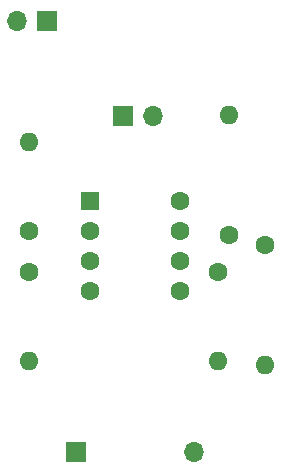
<source format=gbr>
%TF.GenerationSoftware,KiCad,Pcbnew,9.0.0*%
%TF.CreationDate,2025-02-26T16:47:43+09:00*%
%TF.ProjectId,TCIS,54434953-2e6b-4696-9361-645f70636258,rev?*%
%TF.SameCoordinates,Original*%
%TF.FileFunction,Soldermask,Bot*%
%TF.FilePolarity,Negative*%
%FSLAX46Y46*%
G04 Gerber Fmt 4.6, Leading zero omitted, Abs format (unit mm)*
G04 Created by KiCad (PCBNEW 9.0.0) date 2025-02-26 16:47:43*
%MOMM*%
%LPD*%
G01*
G04 APERTURE LIST*
G04 Aperture macros list*
%AMRoundRect*
0 Rectangle with rounded corners*
0 $1 Rounding radius*
0 $2 $3 $4 $5 $6 $7 $8 $9 X,Y pos of 4 corners*
0 Add a 4 corners polygon primitive as box body*
4,1,4,$2,$3,$4,$5,$6,$7,$8,$9,$2,$3,0*
0 Add four circle primitives for the rounded corners*
1,1,$1+$1,$2,$3*
1,1,$1+$1,$4,$5*
1,1,$1+$1,$6,$7*
1,1,$1+$1,$8,$9*
0 Add four rect primitives between the rounded corners*
20,1,$1+$1,$2,$3,$4,$5,0*
20,1,$1+$1,$4,$5,$6,$7,0*
20,1,$1+$1,$6,$7,$8,$9,0*
20,1,$1+$1,$8,$9,$2,$3,0*%
G04 Aperture macros list end*
%ADD10R,1.700000X1.700000*%
%ADD11O,1.700000X1.700000*%
%ADD12RoundRect,0.250000X-0.550000X-0.550000X0.550000X-0.550000X0.550000X0.550000X-0.550000X0.550000X0*%
%ADD13C,1.600000*%
%ADD14O,1.600000X1.600000*%
G04 APERTURE END LIST*
D10*
%TO.C,LS1*%
X101000000Y-68445000D03*
D11*
X111000000Y-68445000D03*
%TD*%
D12*
%TO.C,U1*%
X102195000Y-47190000D03*
D13*
X102195000Y-49730000D03*
X102195000Y-52270000D03*
X102195000Y-54810000D03*
X109815000Y-54810000D03*
X109815000Y-52270000D03*
X109815000Y-49730000D03*
X109815000Y-47190000D03*
%TD*%
%TO.C,C3*%
X97000000Y-53250000D03*
D14*
X97000000Y-60750000D03*
%TD*%
D13*
%TO.C,R2*%
X117000000Y-50920000D03*
D14*
X117000000Y-61080000D03*
%TD*%
D13*
%TO.C,C1*%
X113000000Y-53250000D03*
D14*
X113000000Y-60750000D03*
%TD*%
D10*
%TO.C,R3*%
X105000000Y-40000000D03*
D11*
X107540000Y-40000000D03*
%TD*%
D13*
%TO.C,R1*%
X114000000Y-50080000D03*
D14*
X114000000Y-39920000D03*
%TD*%
D10*
%TO.C,BT1*%
X98540000Y-32000000D03*
D11*
X96000000Y-32000000D03*
%TD*%
D13*
%TO.C,C2*%
X97000000Y-49750000D03*
D14*
X97000000Y-42250000D03*
%TD*%
M02*

</source>
